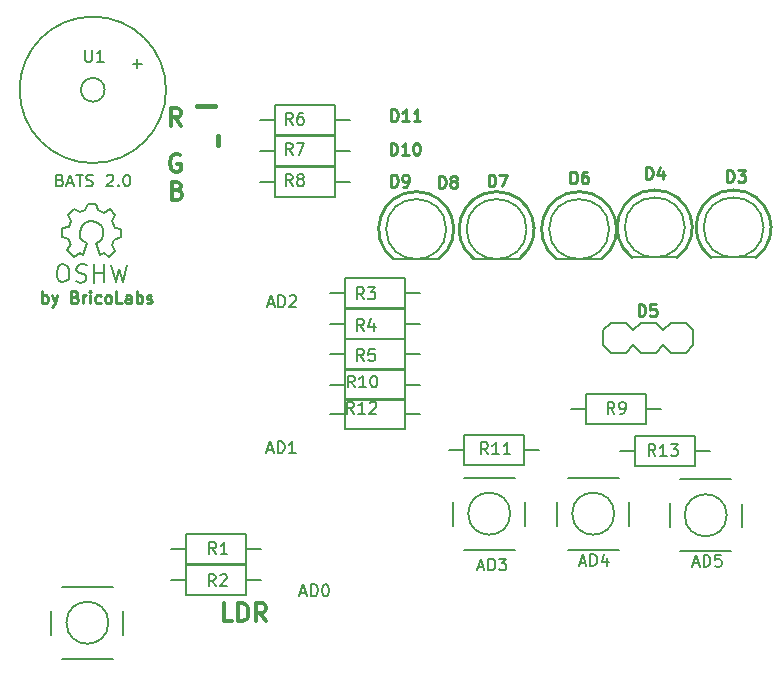
<source format=gto>
G04 #@! TF.FileFunction,Legend,Top*
%FSLAX46Y46*%
G04 Gerber Fmt 4.6, Leading zero omitted, Abs format (unit mm)*
G04 Created by KiCad (PCBNEW 4.1.0-alpha+201606210817+6944~45~ubuntu14.04.1-product) date Tue Jun 21 19:40:37 2016*
%MOMM*%
%LPD*%
G01*
G04 APERTURE LIST*
%ADD10C,0.100000*%
%ADD11C,0.150000*%
%ADD12C,0.250000*%
%ADD13C,0.300000*%
%ADD14C,0.203200*%
%ADD15C,0.254000*%
%ADD16C,0.152400*%
%ADD17C,0.381000*%
G04 APERTURE END LIST*
D10*
D11*
X183380214Y-128627166D02*
X183856404Y-128627166D01*
X183284976Y-128912880D02*
X183618309Y-127912880D01*
X183951642Y-128912880D01*
X184284976Y-128912880D02*
X184284976Y-127912880D01*
X184523071Y-127912880D01*
X184665928Y-127960500D01*
X184761166Y-128055738D01*
X184808785Y-128150976D01*
X184856404Y-128341452D01*
X184856404Y-128484309D01*
X184808785Y-128674785D01*
X184761166Y-128770023D01*
X184665928Y-128865261D01*
X184523071Y-128912880D01*
X184284976Y-128912880D01*
X185761166Y-127912880D02*
X185284976Y-127912880D01*
X185237357Y-128389071D01*
X185284976Y-128341452D01*
X185380214Y-128293833D01*
X185618309Y-128293833D01*
X185713547Y-128341452D01*
X185761166Y-128389071D01*
X185808785Y-128484309D01*
X185808785Y-128722404D01*
X185761166Y-128817642D01*
X185713547Y-128865261D01*
X185618309Y-128912880D01*
X185380214Y-128912880D01*
X185284976Y-128865261D01*
X185237357Y-128817642D01*
X173791714Y-128563666D02*
X174267904Y-128563666D01*
X173696476Y-128849380D02*
X174029809Y-127849380D01*
X174363142Y-128849380D01*
X174696476Y-128849380D02*
X174696476Y-127849380D01*
X174934571Y-127849380D01*
X175077428Y-127897000D01*
X175172666Y-127992238D01*
X175220285Y-128087476D01*
X175267904Y-128277952D01*
X175267904Y-128420809D01*
X175220285Y-128611285D01*
X175172666Y-128706523D01*
X175077428Y-128801761D01*
X174934571Y-128849380D01*
X174696476Y-128849380D01*
X176125047Y-128182714D02*
X176125047Y-128849380D01*
X175886952Y-127801761D02*
X175648857Y-128516047D01*
X176267904Y-128516047D01*
X165155714Y-128944666D02*
X165631904Y-128944666D01*
X165060476Y-129230380D02*
X165393809Y-128230380D01*
X165727142Y-129230380D01*
X166060476Y-129230380D02*
X166060476Y-128230380D01*
X166298571Y-128230380D01*
X166441428Y-128278000D01*
X166536666Y-128373238D01*
X166584285Y-128468476D01*
X166631904Y-128658952D01*
X166631904Y-128801809D01*
X166584285Y-128992285D01*
X166536666Y-129087523D01*
X166441428Y-129182761D01*
X166298571Y-129230380D01*
X166060476Y-129230380D01*
X166965238Y-128230380D02*
X167584285Y-128230380D01*
X167250952Y-128611333D01*
X167393809Y-128611333D01*
X167489047Y-128658952D01*
X167536666Y-128706571D01*
X167584285Y-128801809D01*
X167584285Y-129039904D01*
X167536666Y-129135142D01*
X167489047Y-129182761D01*
X167393809Y-129230380D01*
X167108095Y-129230380D01*
X167012857Y-129182761D01*
X166965238Y-129135142D01*
D12*
X186269404Y-96337380D02*
X186269404Y-95337380D01*
X186507500Y-95337380D01*
X186650357Y-95385000D01*
X186745595Y-95480238D01*
X186793214Y-95575476D01*
X186840833Y-95765952D01*
X186840833Y-95908809D01*
X186793214Y-96099285D01*
X186745595Y-96194523D01*
X186650357Y-96289761D01*
X186507500Y-96337380D01*
X186269404Y-96337380D01*
X187174166Y-95337380D02*
X187793214Y-95337380D01*
X187459880Y-95718333D01*
X187602738Y-95718333D01*
X187697976Y-95765952D01*
X187745595Y-95813571D01*
X187793214Y-95908809D01*
X187793214Y-96146904D01*
X187745595Y-96242142D01*
X187697976Y-96289761D01*
X187602738Y-96337380D01*
X187317023Y-96337380D01*
X187221785Y-96289761D01*
X187174166Y-96242142D01*
X179411404Y-96083380D02*
X179411404Y-95083380D01*
X179649500Y-95083380D01*
X179792357Y-95131000D01*
X179887595Y-95226238D01*
X179935214Y-95321476D01*
X179982833Y-95511952D01*
X179982833Y-95654809D01*
X179935214Y-95845285D01*
X179887595Y-95940523D01*
X179792357Y-96035761D01*
X179649500Y-96083380D01*
X179411404Y-96083380D01*
X180839976Y-95416714D02*
X180839976Y-96083380D01*
X180601880Y-95035761D02*
X180363785Y-95750047D01*
X180982833Y-95750047D01*
X178776404Y-107703880D02*
X178776404Y-106703880D01*
X179014500Y-106703880D01*
X179157357Y-106751500D01*
X179252595Y-106846738D01*
X179300214Y-106941976D01*
X179347833Y-107132452D01*
X179347833Y-107275309D01*
X179300214Y-107465785D01*
X179252595Y-107561023D01*
X179157357Y-107656261D01*
X179014500Y-107703880D01*
X178776404Y-107703880D01*
X180252595Y-106703880D02*
X179776404Y-106703880D01*
X179728785Y-107180071D01*
X179776404Y-107132452D01*
X179871642Y-107084833D01*
X180109738Y-107084833D01*
X180204976Y-107132452D01*
X180252595Y-107180071D01*
X180300214Y-107275309D01*
X180300214Y-107513404D01*
X180252595Y-107608642D01*
X180204976Y-107656261D01*
X180109738Y-107703880D01*
X179871642Y-107703880D01*
X179776404Y-107656261D01*
X179728785Y-107608642D01*
X172997904Y-96464380D02*
X172997904Y-95464380D01*
X173236000Y-95464380D01*
X173378857Y-95512000D01*
X173474095Y-95607238D01*
X173521714Y-95702476D01*
X173569333Y-95892952D01*
X173569333Y-96035809D01*
X173521714Y-96226285D01*
X173474095Y-96321523D01*
X173378857Y-96416761D01*
X173236000Y-96464380D01*
X172997904Y-96464380D01*
X174426476Y-95464380D02*
X174236000Y-95464380D01*
X174140761Y-95512000D01*
X174093142Y-95559619D01*
X173997904Y-95702476D01*
X173950285Y-95892952D01*
X173950285Y-96273904D01*
X173997904Y-96369142D01*
X174045523Y-96416761D01*
X174140761Y-96464380D01*
X174331238Y-96464380D01*
X174426476Y-96416761D01*
X174474095Y-96369142D01*
X174521714Y-96273904D01*
X174521714Y-96035809D01*
X174474095Y-95940571D01*
X174426476Y-95892952D01*
X174331238Y-95845333D01*
X174140761Y-95845333D01*
X174045523Y-95892952D01*
X173997904Y-95940571D01*
X173950285Y-96035809D01*
X166076404Y-96718380D02*
X166076404Y-95718380D01*
X166314500Y-95718380D01*
X166457357Y-95766000D01*
X166552595Y-95861238D01*
X166600214Y-95956476D01*
X166647833Y-96146952D01*
X166647833Y-96289809D01*
X166600214Y-96480285D01*
X166552595Y-96575523D01*
X166457357Y-96670761D01*
X166314500Y-96718380D01*
X166076404Y-96718380D01*
X166981166Y-95718380D02*
X167647833Y-95718380D01*
X167219261Y-96718380D01*
X161885404Y-96845380D02*
X161885404Y-95845380D01*
X162123500Y-95845380D01*
X162266357Y-95893000D01*
X162361595Y-95988238D01*
X162409214Y-96083476D01*
X162456833Y-96273952D01*
X162456833Y-96416809D01*
X162409214Y-96607285D01*
X162361595Y-96702523D01*
X162266357Y-96797761D01*
X162123500Y-96845380D01*
X161885404Y-96845380D01*
X163028261Y-96273952D02*
X162933023Y-96226333D01*
X162885404Y-96178714D01*
X162837785Y-96083476D01*
X162837785Y-96035857D01*
X162885404Y-95940619D01*
X162933023Y-95893000D01*
X163028261Y-95845380D01*
X163218738Y-95845380D01*
X163313976Y-95893000D01*
X163361595Y-95940619D01*
X163409214Y-96035857D01*
X163409214Y-96083476D01*
X163361595Y-96178714D01*
X163313976Y-96226333D01*
X163218738Y-96273952D01*
X163028261Y-96273952D01*
X162933023Y-96321571D01*
X162885404Y-96369190D01*
X162837785Y-96464428D01*
X162837785Y-96654904D01*
X162885404Y-96750142D01*
X162933023Y-96797761D01*
X163028261Y-96845380D01*
X163218738Y-96845380D01*
X163313976Y-96797761D01*
X163361595Y-96750142D01*
X163409214Y-96654904D01*
X163409214Y-96464428D01*
X163361595Y-96369190D01*
X163313976Y-96321571D01*
X163218738Y-96273952D01*
X157813784Y-96728540D02*
X157813784Y-95728540D01*
X158051880Y-95728540D01*
X158194737Y-95776160D01*
X158289975Y-95871398D01*
X158337594Y-95966636D01*
X158385213Y-96157112D01*
X158385213Y-96299969D01*
X158337594Y-96490445D01*
X158289975Y-96585683D01*
X158194737Y-96680921D01*
X158051880Y-96728540D01*
X157813784Y-96728540D01*
X158861403Y-96728540D02*
X159051880Y-96728540D01*
X159147118Y-96680921D01*
X159194737Y-96633302D01*
X159289975Y-96490445D01*
X159337594Y-96299969D01*
X159337594Y-95919017D01*
X159289975Y-95823779D01*
X159242356Y-95776160D01*
X159147118Y-95728540D01*
X158956641Y-95728540D01*
X158861403Y-95776160D01*
X158813784Y-95823779D01*
X158766165Y-95919017D01*
X158766165Y-96157112D01*
X158813784Y-96252350D01*
X158861403Y-96299969D01*
X158956641Y-96347588D01*
X159147118Y-96347588D01*
X159242356Y-96299969D01*
X159289975Y-96252350D01*
X159337594Y-96157112D01*
X157779554Y-94036140D02*
X157779554Y-93036140D01*
X158017649Y-93036140D01*
X158160506Y-93083760D01*
X158255744Y-93178998D01*
X158303363Y-93274236D01*
X158350982Y-93464712D01*
X158350982Y-93607569D01*
X158303363Y-93798045D01*
X158255744Y-93893283D01*
X158160506Y-93988521D01*
X158017649Y-94036140D01*
X157779554Y-94036140D01*
X159303363Y-94036140D02*
X158731935Y-94036140D01*
X159017649Y-94036140D02*
X159017649Y-93036140D01*
X158922411Y-93178998D01*
X158827173Y-93274236D01*
X158731935Y-93321855D01*
X159922411Y-93036140D02*
X160017649Y-93036140D01*
X160112887Y-93083760D01*
X160160506Y-93131379D01*
X160208125Y-93226617D01*
X160255744Y-93417093D01*
X160255744Y-93655188D01*
X160208125Y-93845664D01*
X160160506Y-93940902D01*
X160112887Y-93988521D01*
X160017649Y-94036140D01*
X159922411Y-94036140D01*
X159827173Y-93988521D01*
X159779554Y-93940902D01*
X159731935Y-93845664D01*
X159684316Y-93655188D01*
X159684316Y-93417093D01*
X159731935Y-93226617D01*
X159779554Y-93131379D01*
X159827173Y-93083760D01*
X159922411Y-93036140D01*
X157820194Y-91191340D02*
X157820194Y-90191340D01*
X158058289Y-90191340D01*
X158201146Y-90238960D01*
X158296384Y-90334198D01*
X158344003Y-90429436D01*
X158391622Y-90619912D01*
X158391622Y-90762769D01*
X158344003Y-90953245D01*
X158296384Y-91048483D01*
X158201146Y-91143721D01*
X158058289Y-91191340D01*
X157820194Y-91191340D01*
X159344003Y-91191340D02*
X158772575Y-91191340D01*
X159058289Y-91191340D02*
X159058289Y-90191340D01*
X158963051Y-90334198D01*
X158867813Y-90429436D01*
X158772575Y-90477055D01*
X160296384Y-91191340D02*
X159724956Y-91191340D01*
X160010670Y-91191340D02*
X160010670Y-90191340D01*
X159915432Y-90334198D01*
X159820194Y-90429436D01*
X159724956Y-90477055D01*
D13*
X139730942Y-97047857D02*
X139945228Y-97119285D01*
X140016657Y-97190714D01*
X140088085Y-97333571D01*
X140088085Y-97547857D01*
X140016657Y-97690714D01*
X139945228Y-97762142D01*
X139802371Y-97833571D01*
X139230942Y-97833571D01*
X139230942Y-96333571D01*
X139730942Y-96333571D01*
X139873800Y-96405000D01*
X139945228Y-96476428D01*
X140016657Y-96619285D01*
X140016657Y-96762142D01*
X139945228Y-96905000D01*
X139873800Y-96976428D01*
X139730942Y-97047857D01*
X139230942Y-97047857D01*
X139940457Y-94042800D02*
X139797600Y-93971371D01*
X139583314Y-93971371D01*
X139369028Y-94042800D01*
X139226171Y-94185657D01*
X139154742Y-94328514D01*
X139083314Y-94614228D01*
X139083314Y-94828514D01*
X139154742Y-95114228D01*
X139226171Y-95257085D01*
X139369028Y-95399942D01*
X139583314Y-95471371D01*
X139726171Y-95471371D01*
X139940457Y-95399942D01*
X140011885Y-95328514D01*
X140011885Y-94828514D01*
X139726171Y-94828514D01*
X140011885Y-91585171D02*
X139511885Y-90870885D01*
X139154742Y-91585171D02*
X139154742Y-90085171D01*
X139726171Y-90085171D01*
X139869028Y-90156600D01*
X139940457Y-90228028D01*
X140011885Y-90370885D01*
X140011885Y-90585171D01*
X139940457Y-90728028D01*
X139869028Y-90799457D01*
X139726171Y-90870885D01*
X139154742Y-90870885D01*
X144379285Y-133520571D02*
X143665000Y-133520571D01*
X143665000Y-132020571D01*
X144879285Y-133520571D02*
X144879285Y-132020571D01*
X145236428Y-132020571D01*
X145450714Y-132092000D01*
X145593571Y-132234857D01*
X145665000Y-132377714D01*
X145736428Y-132663428D01*
X145736428Y-132877714D01*
X145665000Y-133163428D01*
X145593571Y-133306285D01*
X145450714Y-133449142D01*
X145236428Y-133520571D01*
X144879285Y-133520571D01*
X147236428Y-133520571D02*
X146736428Y-132806285D01*
X146379285Y-133520571D02*
X146379285Y-132020571D01*
X146950714Y-132020571D01*
X147093571Y-132092000D01*
X147165000Y-132163428D01*
X147236428Y-132306285D01*
X147236428Y-132520571D01*
X147165000Y-132663428D01*
X147093571Y-132734857D01*
X146950714Y-132806285D01*
X146379285Y-132806285D01*
D11*
X147380794Y-106653626D02*
X147856984Y-106653626D01*
X147285556Y-106939340D02*
X147618889Y-105939340D01*
X147952222Y-106939340D01*
X148285556Y-106939340D02*
X148285556Y-105939340D01*
X148523651Y-105939340D01*
X148666508Y-105986960D01*
X148761746Y-106082198D01*
X148809365Y-106177436D01*
X148856984Y-106367912D01*
X148856984Y-106510769D01*
X148809365Y-106701245D01*
X148761746Y-106796483D01*
X148666508Y-106891721D01*
X148523651Y-106939340D01*
X148285556Y-106939340D01*
X149237937Y-106034579D02*
X149285556Y-105986960D01*
X149380794Y-105939340D01*
X149618889Y-105939340D01*
X149714127Y-105986960D01*
X149761746Y-106034579D01*
X149809365Y-106129817D01*
X149809365Y-106225055D01*
X149761746Y-106367912D01*
X149190318Y-106939340D01*
X149809365Y-106939340D01*
X147324914Y-119008186D02*
X147801104Y-119008186D01*
X147229676Y-119293900D02*
X147563009Y-118293900D01*
X147896342Y-119293900D01*
X148229676Y-119293900D02*
X148229676Y-118293900D01*
X148467771Y-118293900D01*
X148610628Y-118341520D01*
X148705866Y-118436758D01*
X148753485Y-118531996D01*
X148801104Y-118722472D01*
X148801104Y-118865329D01*
X148753485Y-119055805D01*
X148705866Y-119151043D01*
X148610628Y-119246281D01*
X148467771Y-119293900D01*
X148229676Y-119293900D01*
X149753485Y-119293900D02*
X149182057Y-119293900D01*
X149467771Y-119293900D02*
X149467771Y-118293900D01*
X149372533Y-118436758D01*
X149277295Y-118531996D01*
X149182057Y-118579615D01*
X150134154Y-131123986D02*
X150610344Y-131123986D01*
X150038916Y-131409700D02*
X150372249Y-130409700D01*
X150705582Y-131409700D01*
X151038916Y-131409700D02*
X151038916Y-130409700D01*
X151277011Y-130409700D01*
X151419868Y-130457320D01*
X151515106Y-130552558D01*
X151562725Y-130647796D01*
X151610344Y-130838272D01*
X151610344Y-130981129D01*
X151562725Y-131171605D01*
X151515106Y-131266843D01*
X151419868Y-131362081D01*
X151277011Y-131409700D01*
X151038916Y-131409700D01*
X152229392Y-130409700D02*
X152324630Y-130409700D01*
X152419868Y-130457320D01*
X152467487Y-130504939D01*
X152515106Y-130600177D01*
X152562725Y-130790653D01*
X152562725Y-131028748D01*
X152515106Y-131219224D01*
X152467487Y-131314462D01*
X152419868Y-131362081D01*
X152324630Y-131409700D01*
X152229392Y-131409700D01*
X152134154Y-131362081D01*
X152086535Y-131314462D01*
X152038916Y-131219224D01*
X151991297Y-131028748D01*
X151991297Y-130790653D01*
X152038916Y-130600177D01*
X152086535Y-130504939D01*
X152134154Y-130457320D01*
X152229392Y-130409700D01*
D12*
X128283912Y-106598980D02*
X128283912Y-105598980D01*
X128283912Y-105979933D02*
X128379150Y-105932314D01*
X128569626Y-105932314D01*
X128664864Y-105979933D01*
X128712483Y-106027552D01*
X128760102Y-106122790D01*
X128760102Y-106408504D01*
X128712483Y-106503742D01*
X128664864Y-106551361D01*
X128569626Y-106598980D01*
X128379150Y-106598980D01*
X128283912Y-106551361D01*
X129093436Y-105932314D02*
X129331531Y-106598980D01*
X129569626Y-105932314D02*
X129331531Y-106598980D01*
X129236293Y-106837076D01*
X129188674Y-106884695D01*
X129093436Y-106932314D01*
X131045817Y-106075171D02*
X131188674Y-106122790D01*
X131236293Y-106170409D01*
X131283912Y-106265647D01*
X131283912Y-106408504D01*
X131236293Y-106503742D01*
X131188674Y-106551361D01*
X131093436Y-106598980D01*
X130712483Y-106598980D01*
X130712483Y-105598980D01*
X131045817Y-105598980D01*
X131141055Y-105646600D01*
X131188674Y-105694219D01*
X131236293Y-105789457D01*
X131236293Y-105884695D01*
X131188674Y-105979933D01*
X131141055Y-106027552D01*
X131045817Y-106075171D01*
X130712483Y-106075171D01*
X131712483Y-106598980D02*
X131712483Y-105932314D01*
X131712483Y-106122790D02*
X131760102Y-106027552D01*
X131807721Y-105979933D01*
X131902960Y-105932314D01*
X131998198Y-105932314D01*
X132331531Y-106598980D02*
X132331531Y-105932314D01*
X132331531Y-105598980D02*
X132283912Y-105646600D01*
X132331531Y-105694219D01*
X132379150Y-105646600D01*
X132331531Y-105598980D01*
X132331531Y-105694219D01*
X133236293Y-106551361D02*
X133141055Y-106598980D01*
X132950579Y-106598980D01*
X132855340Y-106551361D01*
X132807721Y-106503742D01*
X132760102Y-106408504D01*
X132760102Y-106122790D01*
X132807721Y-106027552D01*
X132855340Y-105979933D01*
X132950579Y-105932314D01*
X133141055Y-105932314D01*
X133236293Y-105979933D01*
X133807721Y-106598980D02*
X133712483Y-106551361D01*
X133664864Y-106503742D01*
X133617245Y-106408504D01*
X133617245Y-106122790D01*
X133664864Y-106027552D01*
X133712483Y-105979933D01*
X133807721Y-105932314D01*
X133950579Y-105932314D01*
X134045817Y-105979933D01*
X134093436Y-106027552D01*
X134141055Y-106122790D01*
X134141055Y-106408504D01*
X134093436Y-106503742D01*
X134045817Y-106551361D01*
X133950579Y-106598980D01*
X133807721Y-106598980D01*
X135045817Y-106598980D02*
X134569626Y-106598980D01*
X134569626Y-105598980D01*
X135807721Y-106598980D02*
X135807721Y-106075171D01*
X135760102Y-105979933D01*
X135664864Y-105932314D01*
X135474388Y-105932314D01*
X135379150Y-105979933D01*
X135807721Y-106551361D02*
X135712483Y-106598980D01*
X135474388Y-106598980D01*
X135379150Y-106551361D01*
X135331531Y-106456123D01*
X135331531Y-106360885D01*
X135379150Y-106265647D01*
X135474388Y-106218028D01*
X135712483Y-106218028D01*
X135807721Y-106170409D01*
X136283912Y-106598980D02*
X136283912Y-105598980D01*
X136283912Y-105979933D02*
X136379150Y-105932314D01*
X136569626Y-105932314D01*
X136664864Y-105979933D01*
X136712483Y-106027552D01*
X136760102Y-106122790D01*
X136760102Y-106408504D01*
X136712483Y-106503742D01*
X136664864Y-106551361D01*
X136569626Y-106598980D01*
X136379150Y-106598980D01*
X136283912Y-106551361D01*
X137141055Y-106551361D02*
X137236293Y-106598980D01*
X137426769Y-106598980D01*
X137522007Y-106551361D01*
X137569626Y-106456123D01*
X137569626Y-106408504D01*
X137522007Y-106313266D01*
X137426769Y-106265647D01*
X137283912Y-106265647D01*
X137188674Y-106218028D01*
X137141055Y-106122790D01*
X137141055Y-106075171D01*
X137188674Y-105979933D01*
X137283912Y-105932314D01*
X137426769Y-105932314D01*
X137522007Y-105979933D01*
D14*
X168287700Y-121373900D02*
X163969700Y-121373900D01*
X163969700Y-127469900D02*
X168287700Y-127469900D01*
X169176700Y-123426220D02*
X169176700Y-125437900D01*
X163080700Y-123395740D02*
X163080700Y-125437900D01*
X167906700Y-124421900D02*
G75*
G03X167906700Y-124421900I-1778000J0D01*
G01*
D11*
X183515000Y-120396000D02*
X178435000Y-120396000D01*
X178435000Y-120396000D02*
X178435000Y-117856000D01*
X178435000Y-117856000D02*
X183515000Y-117856000D01*
X183515000Y-117856000D02*
X183515000Y-120396000D01*
X183515000Y-119126000D02*
X184785000Y-119126000D01*
X178435000Y-119126000D02*
X177165000Y-119126000D01*
D14*
X186613800Y-121513600D02*
X182295800Y-121513600D01*
X182295800Y-127609600D02*
X186613800Y-127609600D01*
X187502800Y-123565920D02*
X187502800Y-125577600D01*
X181406800Y-123535440D02*
X181406800Y-125577600D01*
X186232800Y-124561600D02*
G75*
G03X186232800Y-124561600I-1778000J0D01*
G01*
X178235493Y-102731321D02*
X182045493Y-102731321D01*
D15*
X182048161Y-102729318D02*
G75*
G03X178235493Y-102731321I-1907668J2537997D01*
G01*
D16*
X182680493Y-100191321D02*
G75*
G03X182680493Y-100191321I-2540000J0D01*
G01*
D14*
X184915493Y-102731321D02*
X188725493Y-102731321D01*
D15*
X188728161Y-102729318D02*
G75*
G03X184915493Y-102731321I-1907668J2537997D01*
G01*
D16*
X189360493Y-100191321D02*
G75*
G03X189360493Y-100191321I-2540000J0D01*
G01*
D11*
X159004000Y-114808000D02*
X153924000Y-114808000D01*
X153924000Y-114808000D02*
X153924000Y-112268000D01*
X153924000Y-112268000D02*
X159004000Y-112268000D01*
X159004000Y-112268000D02*
X159004000Y-114808000D01*
X159004000Y-113538000D02*
X160274000Y-113538000D01*
X153924000Y-113538000D02*
X152654000Y-113538000D01*
X159004000Y-117221000D02*
X153924000Y-117221000D01*
X153924000Y-117221000D02*
X153924000Y-114681000D01*
X153924000Y-114681000D02*
X159004000Y-114681000D01*
X159004000Y-114681000D02*
X159004000Y-117221000D01*
X159004000Y-115951000D02*
X160274000Y-115951000D01*
X153924000Y-115951000D02*
X152654000Y-115951000D01*
D14*
X177088800Y-121373900D02*
X172770800Y-121373900D01*
X172770800Y-127469900D02*
X177088800Y-127469900D01*
X177977800Y-123426220D02*
X177977800Y-125437900D01*
X171881800Y-123395740D02*
X171881800Y-125437900D01*
X176707800Y-124421900D02*
G75*
G03X176707800Y-124421900I-1778000J0D01*
G01*
D17*
X143149174Y-92481494D02*
X143149174Y-93179994D01*
X142948514Y-89880534D02*
X141348314Y-89880534D01*
D14*
X178308000Y-110172500D02*
X177673000Y-110807500D01*
X177673000Y-110807500D02*
X176403000Y-110807500D01*
X176403000Y-110807500D02*
X175768000Y-110172500D01*
X175768000Y-108902500D02*
X176403000Y-108267500D01*
X176403000Y-108267500D02*
X177673000Y-108267500D01*
X177673000Y-108267500D02*
X178308000Y-108902500D01*
X182753000Y-110807500D02*
X181483000Y-110807500D01*
X181483000Y-110807500D02*
X180848000Y-110172500D01*
X180848000Y-108902500D02*
X181483000Y-108267500D01*
X180848000Y-110172500D02*
X180213000Y-110807500D01*
X180213000Y-110807500D02*
X178943000Y-110807500D01*
X178943000Y-110807500D02*
X178308000Y-110172500D01*
X178308000Y-108902500D02*
X178943000Y-108267500D01*
X178943000Y-108267500D02*
X180213000Y-108267500D01*
X180213000Y-108267500D02*
X180848000Y-108902500D01*
X183388000Y-110172500D02*
X183388000Y-108902500D01*
X182753000Y-110807500D02*
X183388000Y-110172500D01*
X183388000Y-108902500D02*
X182753000Y-108267500D01*
X181483000Y-108267500D02*
X182753000Y-108267500D01*
X175768000Y-110172500D02*
X175768000Y-108902500D01*
X134264400Y-130606800D02*
X129946400Y-130606800D01*
X129946400Y-136702800D02*
X134264400Y-136702800D01*
X135153400Y-132659120D02*
X135153400Y-134670800D01*
X129057400Y-132628640D02*
X129057400Y-134670800D01*
X133883400Y-133654800D02*
G75*
G03X133883400Y-133654800I-1778000J0D01*
G01*
D11*
X133563360Y-88539320D02*
G75*
G03X133563360Y-88539320I-1000760J0D01*
G01*
X138762740Y-88539320D02*
G75*
G03X138762740Y-88539320I-6200140J0D01*
G01*
X140467080Y-126136400D02*
X145547080Y-126136400D01*
X145547080Y-126136400D02*
X145547080Y-128676400D01*
X145547080Y-128676400D02*
X140467080Y-128676400D01*
X140467080Y-128676400D02*
X140467080Y-126136400D01*
X140467080Y-127406400D02*
X139197080Y-127406400D01*
X145547080Y-127406400D02*
X146817080Y-127406400D01*
X145516600Y-131333240D02*
X140436600Y-131333240D01*
X140436600Y-131333240D02*
X140436600Y-128793240D01*
X140436600Y-128793240D02*
X145516600Y-128793240D01*
X145516600Y-128793240D02*
X145516600Y-131333240D01*
X145516600Y-130063240D02*
X146786600Y-130063240D01*
X140436600Y-130063240D02*
X139166600Y-130063240D01*
X159031940Y-106977180D02*
X153951940Y-106977180D01*
X153951940Y-106977180D02*
X153951940Y-104437180D01*
X153951940Y-104437180D02*
X159031940Y-104437180D01*
X159031940Y-104437180D02*
X159031940Y-106977180D01*
X159031940Y-105707180D02*
X160301940Y-105707180D01*
X153951940Y-105707180D02*
X152681940Y-105707180D01*
X159031940Y-109647355D02*
X153951940Y-109647355D01*
X153951940Y-109647355D02*
X153951940Y-107107355D01*
X153951940Y-107107355D02*
X159031940Y-107107355D01*
X159031940Y-107107355D02*
X159031940Y-109647355D01*
X159031940Y-108377355D02*
X160301940Y-108377355D01*
X153951940Y-108377355D02*
X152681940Y-108377355D01*
X159031940Y-112209580D02*
X153951940Y-112209580D01*
X153951940Y-112209580D02*
X153951940Y-109669580D01*
X153951940Y-109669580D02*
X159031940Y-109669580D01*
X159031940Y-109669580D02*
X159031940Y-112209580D01*
X159031940Y-110939580D02*
X160301940Y-110939580D01*
X153951940Y-110939580D02*
X152681940Y-110939580D01*
X147990560Y-89839800D02*
X153070560Y-89839800D01*
X153070560Y-89839800D02*
X153070560Y-92379800D01*
X153070560Y-92379800D02*
X147990560Y-92379800D01*
X147990560Y-92379800D02*
X147990560Y-89839800D01*
X147990560Y-91109800D02*
X146720560Y-91109800D01*
X153070560Y-91109800D02*
X154340560Y-91109800D01*
X147995640Y-92407740D02*
X153075640Y-92407740D01*
X153075640Y-92407740D02*
X153075640Y-94947740D01*
X153075640Y-94947740D02*
X147995640Y-94947740D01*
X147995640Y-94947740D02*
X147995640Y-92407740D01*
X147995640Y-93677740D02*
X146725640Y-93677740D01*
X153075640Y-93677740D02*
X154345640Y-93677740D01*
X147995640Y-95036640D02*
X153075640Y-95036640D01*
X153075640Y-95036640D02*
X153075640Y-97576640D01*
X153075640Y-97576640D02*
X147995640Y-97576640D01*
X147995640Y-97576640D02*
X147995640Y-95036640D01*
X147995640Y-96306640D02*
X146725640Y-96306640D01*
X153075640Y-96306640D02*
X154345640Y-96306640D01*
X179387500Y-116840000D02*
X174307500Y-116840000D01*
X174307500Y-116840000D02*
X174307500Y-114300000D01*
X174307500Y-114300000D02*
X179387500Y-114300000D01*
X179387500Y-114300000D02*
X179387500Y-116840000D01*
X179387500Y-115570000D02*
X180657500Y-115570000D01*
X174307500Y-115570000D02*
X173037500Y-115570000D01*
X164010340Y-117729000D02*
X169090340Y-117729000D01*
X169090340Y-117729000D02*
X169090340Y-120269000D01*
X169090340Y-120269000D02*
X164010340Y-120269000D01*
X164010340Y-120269000D02*
X164010340Y-117729000D01*
X164010340Y-118999000D02*
X162740340Y-118999000D01*
X169090340Y-118999000D02*
X170360340Y-118999000D01*
D14*
X158038800Y-102870000D02*
X161848800Y-102870000D01*
D15*
X161851468Y-102867997D02*
G75*
G03X158038800Y-102870000I-1907668J2537997D01*
G01*
D16*
X162483800Y-100330000D02*
G75*
G03X162483800Y-100330000I-2540000J0D01*
G01*
D14*
X164846000Y-102870000D02*
X168656000Y-102870000D01*
D15*
X168658668Y-102867997D02*
G75*
G03X164846000Y-102870000I-1907668J2537997D01*
G01*
D16*
X169291000Y-100330000D02*
G75*
G03X169291000Y-100330000I-2540000J0D01*
G01*
D14*
X171831000Y-102870000D02*
X175641000Y-102870000D01*
D15*
X175643668Y-102867997D02*
G75*
G03X171831000Y-102870000I-1907668J2537997D01*
G01*
D16*
X176276000Y-100330000D02*
G75*
G03X176276000Y-100330000I-2540000J0D01*
G01*
D11*
X134129780Y-103337360D02*
X134490460Y-104808020D01*
X134490460Y-104808020D02*
X134769860Y-103746300D01*
X134769860Y-103746300D02*
X135079740Y-104818180D01*
X135079740Y-104818180D02*
X135420100Y-103367840D01*
X132709920Y-104028240D02*
X133499860Y-104018080D01*
X133499860Y-104018080D02*
X133510020Y-104028240D01*
X133510020Y-104028240D02*
X133510020Y-104018080D01*
X133550660Y-103306880D02*
X133550660Y-104848660D01*
X132661660Y-103296720D02*
X132661660Y-104866440D01*
X132661660Y-104866440D02*
X132671820Y-104856280D01*
X132110480Y-103398320D02*
X131759960Y-103317040D01*
X131759960Y-103317040D02*
X131439920Y-103306880D01*
X131439920Y-103306880D02*
X131201160Y-103507540D01*
X131201160Y-103507540D02*
X131170680Y-103776780D01*
X131170680Y-103776780D02*
X131411980Y-104018080D01*
X131411980Y-104018080D02*
X131800600Y-104147620D01*
X131800600Y-104147620D02*
X131980940Y-104307640D01*
X131980940Y-104307640D02*
X132021580Y-104607360D01*
X132021580Y-104607360D02*
X131790440Y-104828340D01*
X131790440Y-104828340D02*
X131470400Y-104856280D01*
X131470400Y-104856280D02*
X131119880Y-104747060D01*
X130081020Y-103296720D02*
X129832100Y-103317040D01*
X129832100Y-103317040D02*
X129590800Y-103558340D01*
X129590800Y-103558340D02*
X129501900Y-104048560D01*
X129501900Y-104048560D02*
X129529840Y-104396540D01*
X129529840Y-104396540D02*
X129730500Y-104716580D01*
X129730500Y-104716580D02*
X129981960Y-104838500D01*
X129981960Y-104838500D02*
X130291840Y-104767380D01*
X130291840Y-104767380D02*
X130510280Y-104587040D01*
X130510280Y-104587040D02*
X130581400Y-104127300D01*
X130581400Y-104127300D02*
X130530600Y-103718360D01*
X130530600Y-103718360D02*
X130421380Y-103436420D01*
X130421380Y-103436420D02*
X130060700Y-103306880D01*
X130680460Y-101577140D02*
X130421380Y-102138480D01*
X130421380Y-102138480D02*
X130959860Y-102656640D01*
X130959860Y-102656640D02*
X131480560Y-102387400D01*
X131480560Y-102387400D02*
X131759960Y-102547420D01*
X133200140Y-102527100D02*
X133530340Y-102336600D01*
X133530340Y-102336600D02*
X133969760Y-102666800D01*
X133969760Y-102666800D02*
X134442200Y-102176580D01*
X134442200Y-102176580D02*
X134160260Y-101696520D01*
X134160260Y-101696520D02*
X134350760Y-101226620D01*
X134350760Y-101226620D02*
X134960360Y-101038660D01*
X134960360Y-101038660D02*
X134960360Y-100357940D01*
X134960360Y-100357940D02*
X134401560Y-100218240D01*
X134401560Y-100218240D02*
X134200900Y-99646740D01*
X134200900Y-99646740D02*
X134470140Y-99176840D01*
X134470140Y-99176840D02*
X134000240Y-98666300D01*
X134000240Y-98666300D02*
X133482080Y-98927920D01*
X133482080Y-98927920D02*
X133012180Y-98727260D01*
X133012180Y-98727260D02*
X132842000Y-98186240D01*
X132842000Y-98186240D02*
X132151120Y-98168460D01*
X132151120Y-98168460D02*
X131940300Y-98717100D01*
X131940300Y-98717100D02*
X131521200Y-98887280D01*
X131521200Y-98887280D02*
X130970020Y-98618040D01*
X130970020Y-98618040D02*
X130451860Y-99146360D01*
X130451860Y-99146360D02*
X130700780Y-99687380D01*
X130700780Y-99687380D02*
X130530600Y-100167440D01*
X130530600Y-100167440D02*
X129981960Y-100266500D01*
X129981960Y-100266500D02*
X129971800Y-100967540D01*
X129971800Y-100967540D02*
X130530600Y-101168200D01*
X130530600Y-101168200D02*
X130670300Y-101566980D01*
X132811520Y-101546660D02*
X133111240Y-101396800D01*
X133111240Y-101396800D02*
X133311900Y-101198680D01*
X133311900Y-101198680D02*
X133461760Y-100797360D01*
X133461760Y-100797360D02*
X133461760Y-100398580D01*
X133461760Y-100398580D02*
X133311900Y-100048060D01*
X133311900Y-100048060D02*
X132859780Y-99697540D01*
X132859780Y-99697540D02*
X132410200Y-99646740D01*
X132410200Y-99646740D02*
X132011420Y-99748340D01*
X132011420Y-99748340D02*
X131610100Y-100096320D01*
X131610100Y-100096320D02*
X131460240Y-100548440D01*
X131460240Y-100548440D02*
X131511040Y-101046280D01*
X131511040Y-101046280D02*
X131759960Y-101348540D01*
X131759960Y-101348540D02*
X132110480Y-101546660D01*
X132110480Y-101546660D02*
X131759960Y-102547420D01*
X132811520Y-101546660D02*
X133210300Y-102547420D01*
X180205142Y-119537740D02*
X179871809Y-119061550D01*
X179633714Y-119537740D02*
X179633714Y-118537740D01*
X180014666Y-118537740D01*
X180109904Y-118585360D01*
X180157523Y-118632979D01*
X180205142Y-118728217D01*
X180205142Y-118871074D01*
X180157523Y-118966312D01*
X180109904Y-119013931D01*
X180014666Y-119061550D01*
X179633714Y-119061550D01*
X181157523Y-119537740D02*
X180586095Y-119537740D01*
X180871809Y-119537740D02*
X180871809Y-118537740D01*
X180776571Y-118680598D01*
X180681333Y-118775836D01*
X180586095Y-118823455D01*
X181490857Y-118537740D02*
X182109904Y-118537740D01*
X181776571Y-118918693D01*
X181919428Y-118918693D01*
X182014666Y-118966312D01*
X182062285Y-119013931D01*
X182109904Y-119109169D01*
X182109904Y-119347264D01*
X182062285Y-119442502D01*
X182014666Y-119490121D01*
X181919428Y-119537740D01*
X181633714Y-119537740D01*
X181538476Y-119490121D01*
X181490857Y-119442502D01*
X154741642Y-113736380D02*
X154408309Y-113260190D01*
X154170214Y-113736380D02*
X154170214Y-112736380D01*
X154551166Y-112736380D01*
X154646404Y-112784000D01*
X154694023Y-112831619D01*
X154741642Y-112926857D01*
X154741642Y-113069714D01*
X154694023Y-113164952D01*
X154646404Y-113212571D01*
X154551166Y-113260190D01*
X154170214Y-113260190D01*
X155694023Y-113736380D02*
X155122595Y-113736380D01*
X155408309Y-113736380D02*
X155408309Y-112736380D01*
X155313071Y-112879238D01*
X155217833Y-112974476D01*
X155122595Y-113022095D01*
X156313071Y-112736380D02*
X156408309Y-112736380D01*
X156503547Y-112784000D01*
X156551166Y-112831619D01*
X156598785Y-112926857D01*
X156646404Y-113117333D01*
X156646404Y-113355428D01*
X156598785Y-113545904D01*
X156551166Y-113641142D01*
X156503547Y-113688761D01*
X156408309Y-113736380D01*
X156313071Y-113736380D01*
X156217833Y-113688761D01*
X156170214Y-113641142D01*
X156122595Y-113545904D01*
X156074976Y-113355428D01*
X156074976Y-113117333D01*
X156122595Y-112926857D01*
X156170214Y-112831619D01*
X156217833Y-112784000D01*
X156313071Y-112736380D01*
X154678142Y-115958880D02*
X154344809Y-115482690D01*
X154106714Y-115958880D02*
X154106714Y-114958880D01*
X154487666Y-114958880D01*
X154582904Y-115006500D01*
X154630523Y-115054119D01*
X154678142Y-115149357D01*
X154678142Y-115292214D01*
X154630523Y-115387452D01*
X154582904Y-115435071D01*
X154487666Y-115482690D01*
X154106714Y-115482690D01*
X155630523Y-115958880D02*
X155059095Y-115958880D01*
X155344809Y-115958880D02*
X155344809Y-114958880D01*
X155249571Y-115101738D01*
X155154333Y-115196976D01*
X155059095Y-115244595D01*
X156011476Y-115054119D02*
X156059095Y-115006500D01*
X156154333Y-114958880D01*
X156392428Y-114958880D01*
X156487666Y-115006500D01*
X156535285Y-115054119D01*
X156582904Y-115149357D01*
X156582904Y-115244595D01*
X156535285Y-115387452D01*
X155963857Y-115958880D01*
X156582904Y-115958880D01*
X131912455Y-85177380D02*
X131912455Y-85986904D01*
X131960074Y-86082142D01*
X132007693Y-86129761D01*
X132102931Y-86177380D01*
X132293407Y-86177380D01*
X132388645Y-86129761D01*
X132436264Y-86082142D01*
X132483883Y-85986904D01*
X132483883Y-85177380D01*
X133483883Y-86177380D02*
X132912455Y-86177380D01*
X133198169Y-86177380D02*
X133198169Y-85177380D01*
X133102931Y-85320238D01*
X133007693Y-85415476D01*
X132912455Y-85463095D01*
X135966247Y-86314588D02*
X136728152Y-86314588D01*
X136347200Y-86695540D02*
X136347200Y-85933636D01*
X143013133Y-127838460D02*
X142679800Y-127362270D01*
X142441704Y-127838460D02*
X142441704Y-126838460D01*
X142822657Y-126838460D01*
X142917895Y-126886080D01*
X142965514Y-126933699D01*
X143013133Y-127028937D01*
X143013133Y-127171794D01*
X142965514Y-127267032D01*
X142917895Y-127314651D01*
X142822657Y-127362270D01*
X142441704Y-127362270D01*
X143965514Y-127838460D02*
X143394085Y-127838460D01*
X143679800Y-127838460D02*
X143679800Y-126838460D01*
X143584561Y-126981318D01*
X143489323Y-127076556D01*
X143394085Y-127124175D01*
X142962333Y-130561340D02*
X142629000Y-130085150D01*
X142390904Y-130561340D02*
X142390904Y-129561340D01*
X142771857Y-129561340D01*
X142867095Y-129608960D01*
X142914714Y-129656579D01*
X142962333Y-129751817D01*
X142962333Y-129894674D01*
X142914714Y-129989912D01*
X142867095Y-130037531D01*
X142771857Y-130085150D01*
X142390904Y-130085150D01*
X143343285Y-129656579D02*
X143390904Y-129608960D01*
X143486142Y-129561340D01*
X143724238Y-129561340D01*
X143819476Y-129608960D01*
X143867095Y-129656579D01*
X143914714Y-129751817D01*
X143914714Y-129847055D01*
X143867095Y-129989912D01*
X143295666Y-130561340D01*
X143914714Y-130561340D01*
X155509933Y-106268780D02*
X155176600Y-105792590D01*
X154938504Y-106268780D02*
X154938504Y-105268780D01*
X155319457Y-105268780D01*
X155414695Y-105316400D01*
X155462314Y-105364019D01*
X155509933Y-105459257D01*
X155509933Y-105602114D01*
X155462314Y-105697352D01*
X155414695Y-105744971D01*
X155319457Y-105792590D01*
X154938504Y-105792590D01*
X155843266Y-105268780D02*
X156462314Y-105268780D01*
X156128980Y-105649733D01*
X156271838Y-105649733D01*
X156367076Y-105697352D01*
X156414695Y-105744971D01*
X156462314Y-105840209D01*
X156462314Y-106078304D01*
X156414695Y-106173542D01*
X156367076Y-106221161D01*
X156271838Y-106268780D01*
X155986123Y-106268780D01*
X155890885Y-106221161D01*
X155843266Y-106173542D01*
X155509933Y-108938955D02*
X155176600Y-108462765D01*
X154938504Y-108938955D02*
X154938504Y-107938955D01*
X155319457Y-107938955D01*
X155414695Y-107986575D01*
X155462314Y-108034194D01*
X155509933Y-108129432D01*
X155509933Y-108272289D01*
X155462314Y-108367527D01*
X155414695Y-108415146D01*
X155319457Y-108462765D01*
X154938504Y-108462765D01*
X156367076Y-108272289D02*
X156367076Y-108938955D01*
X156128980Y-107891336D02*
X155890885Y-108605622D01*
X156509933Y-108605622D01*
X155509933Y-111501180D02*
X155176600Y-111024990D01*
X154938504Y-111501180D02*
X154938504Y-110501180D01*
X155319457Y-110501180D01*
X155414695Y-110548800D01*
X155462314Y-110596419D01*
X155509933Y-110691657D01*
X155509933Y-110834514D01*
X155462314Y-110929752D01*
X155414695Y-110977371D01*
X155319457Y-111024990D01*
X154938504Y-111024990D01*
X156414695Y-110501180D02*
X155938504Y-110501180D01*
X155890885Y-110977371D01*
X155938504Y-110929752D01*
X156033742Y-110882133D01*
X156271838Y-110882133D01*
X156367076Y-110929752D01*
X156414695Y-110977371D01*
X156462314Y-111072609D01*
X156462314Y-111310704D01*
X156414695Y-111405942D01*
X156367076Y-111453561D01*
X156271838Y-111501180D01*
X156033742Y-111501180D01*
X155938504Y-111453561D01*
X155890885Y-111405942D01*
X149474893Y-91493600D02*
X149141560Y-91017410D01*
X148903464Y-91493600D02*
X148903464Y-90493600D01*
X149284417Y-90493600D01*
X149379655Y-90541220D01*
X149427274Y-90588839D01*
X149474893Y-90684077D01*
X149474893Y-90826934D01*
X149427274Y-90922172D01*
X149379655Y-90969791D01*
X149284417Y-91017410D01*
X148903464Y-91017410D01*
X150332036Y-90493600D02*
X150141560Y-90493600D01*
X150046321Y-90541220D01*
X149998702Y-90588839D01*
X149903464Y-90731696D01*
X149855845Y-90922172D01*
X149855845Y-91303124D01*
X149903464Y-91398362D01*
X149951083Y-91445981D01*
X150046321Y-91493600D01*
X150236798Y-91493600D01*
X150332036Y-91445981D01*
X150379655Y-91398362D01*
X150427274Y-91303124D01*
X150427274Y-91065029D01*
X150379655Y-90969791D01*
X150332036Y-90922172D01*
X150236798Y-90874553D01*
X150046321Y-90874553D01*
X149951083Y-90922172D01*
X149903464Y-90969791D01*
X149855845Y-91065029D01*
X149479973Y-94061540D02*
X149146640Y-93585350D01*
X148908544Y-94061540D02*
X148908544Y-93061540D01*
X149289497Y-93061540D01*
X149384735Y-93109160D01*
X149432354Y-93156779D01*
X149479973Y-93252017D01*
X149479973Y-93394874D01*
X149432354Y-93490112D01*
X149384735Y-93537731D01*
X149289497Y-93585350D01*
X148908544Y-93585350D01*
X149813306Y-93061540D02*
X150479973Y-93061540D01*
X150051401Y-94061540D01*
X149479973Y-96690440D02*
X149146640Y-96214250D01*
X148908544Y-96690440D02*
X148908544Y-95690440D01*
X149289497Y-95690440D01*
X149384735Y-95738060D01*
X149432354Y-95785679D01*
X149479973Y-95880917D01*
X149479973Y-96023774D01*
X149432354Y-96119012D01*
X149384735Y-96166631D01*
X149289497Y-96214250D01*
X148908544Y-96214250D01*
X150051401Y-96119012D02*
X149956163Y-96071393D01*
X149908544Y-96023774D01*
X149860925Y-95928536D01*
X149860925Y-95880917D01*
X149908544Y-95785679D01*
X149956163Y-95738060D01*
X150051401Y-95690440D01*
X150241878Y-95690440D01*
X150337116Y-95738060D01*
X150384735Y-95785679D01*
X150432354Y-95880917D01*
X150432354Y-95928536D01*
X150384735Y-96023774D01*
X150337116Y-96071393D01*
X150241878Y-96119012D01*
X150051401Y-96119012D01*
X149956163Y-96166631D01*
X149908544Y-96214250D01*
X149860925Y-96309488D01*
X149860925Y-96499964D01*
X149908544Y-96595202D01*
X149956163Y-96642821D01*
X150051401Y-96690440D01*
X150241878Y-96690440D01*
X150337116Y-96642821D01*
X150384735Y-96595202D01*
X150432354Y-96499964D01*
X150432354Y-96309488D01*
X150384735Y-96214250D01*
X150337116Y-96166631D01*
X150241878Y-96119012D01*
X176731633Y-115971580D02*
X176398300Y-115495390D01*
X176160204Y-115971580D02*
X176160204Y-114971580D01*
X176541157Y-114971580D01*
X176636395Y-115019200D01*
X176684014Y-115066819D01*
X176731633Y-115162057D01*
X176731633Y-115304914D01*
X176684014Y-115400152D01*
X176636395Y-115447771D01*
X176541157Y-115495390D01*
X176160204Y-115495390D01*
X177207823Y-115971580D02*
X177398300Y-115971580D01*
X177493538Y-115923961D01*
X177541157Y-115876342D01*
X177636395Y-115733485D01*
X177684014Y-115543009D01*
X177684014Y-115162057D01*
X177636395Y-115066819D01*
X177588776Y-115019200D01*
X177493538Y-114971580D01*
X177303061Y-114971580D01*
X177207823Y-115019200D01*
X177160204Y-115066819D01*
X177112585Y-115162057D01*
X177112585Y-115400152D01*
X177160204Y-115495390D01*
X177207823Y-115543009D01*
X177303061Y-115590628D01*
X177493538Y-115590628D01*
X177588776Y-115543009D01*
X177636395Y-115495390D01*
X177684014Y-115400152D01*
X166011622Y-119398040D02*
X165678289Y-118921850D01*
X165440194Y-119398040D02*
X165440194Y-118398040D01*
X165821146Y-118398040D01*
X165916384Y-118445660D01*
X165964003Y-118493279D01*
X166011622Y-118588517D01*
X166011622Y-118731374D01*
X165964003Y-118826612D01*
X165916384Y-118874231D01*
X165821146Y-118921850D01*
X165440194Y-118921850D01*
X166964003Y-119398040D02*
X166392575Y-119398040D01*
X166678289Y-119398040D02*
X166678289Y-118398040D01*
X166583051Y-118540898D01*
X166487813Y-118636136D01*
X166392575Y-118683755D01*
X167916384Y-119398040D02*
X167344956Y-119398040D01*
X167630670Y-119398040D02*
X167630670Y-118398040D01*
X167535432Y-118540898D01*
X167440194Y-118636136D01*
X167344956Y-118683755D01*
X129774345Y-96186951D02*
X129917202Y-96234570D01*
X129964821Y-96282189D01*
X130012440Y-96377427D01*
X130012440Y-96520284D01*
X129964821Y-96615522D01*
X129917202Y-96663141D01*
X129821964Y-96710760D01*
X129441012Y-96710760D01*
X129441012Y-95710760D01*
X129774345Y-95710760D01*
X129869583Y-95758380D01*
X129917202Y-95805999D01*
X129964821Y-95901237D01*
X129964821Y-95996475D01*
X129917202Y-96091713D01*
X129869583Y-96139332D01*
X129774345Y-96186951D01*
X129441012Y-96186951D01*
X130393393Y-96425046D02*
X130869583Y-96425046D01*
X130298155Y-96710760D02*
X130631488Y-95710760D01*
X130964821Y-96710760D01*
X131155298Y-95710760D02*
X131726726Y-95710760D01*
X131441012Y-96710760D02*
X131441012Y-95710760D01*
X132012440Y-96663141D02*
X132155298Y-96710760D01*
X132393393Y-96710760D01*
X132488631Y-96663141D01*
X132536250Y-96615522D01*
X132583869Y-96520284D01*
X132583869Y-96425046D01*
X132536250Y-96329808D01*
X132488631Y-96282189D01*
X132393393Y-96234570D01*
X132202917Y-96186951D01*
X132107679Y-96139332D01*
X132060060Y-96091713D01*
X132012440Y-95996475D01*
X132012440Y-95901237D01*
X132060060Y-95805999D01*
X132107679Y-95758380D01*
X132202917Y-95710760D01*
X132441012Y-95710760D01*
X132583869Y-95758380D01*
X133726726Y-95805999D02*
X133774345Y-95758380D01*
X133869583Y-95710760D01*
X134107679Y-95710760D01*
X134202917Y-95758380D01*
X134250536Y-95805999D01*
X134298155Y-95901237D01*
X134298155Y-95996475D01*
X134250536Y-96139332D01*
X133679107Y-96710760D01*
X134298155Y-96710760D01*
X134726726Y-96615522D02*
X134774345Y-96663141D01*
X134726726Y-96710760D01*
X134679107Y-96663141D01*
X134726726Y-96615522D01*
X134726726Y-96710760D01*
X135393393Y-95710760D02*
X135488631Y-95710760D01*
X135583869Y-95758380D01*
X135631488Y-95805999D01*
X135679107Y-95901237D01*
X135726726Y-96091713D01*
X135726726Y-96329808D01*
X135679107Y-96520284D01*
X135631488Y-96615522D01*
X135583869Y-96663141D01*
X135488631Y-96710760D01*
X135393393Y-96710760D01*
X135298155Y-96663141D01*
X135250536Y-96615522D01*
X135202917Y-96520284D01*
X135155298Y-96329808D01*
X135155298Y-96091713D01*
X135202917Y-95901237D01*
X135250536Y-95805999D01*
X135298155Y-95758380D01*
X135393393Y-95710760D01*
M02*

</source>
